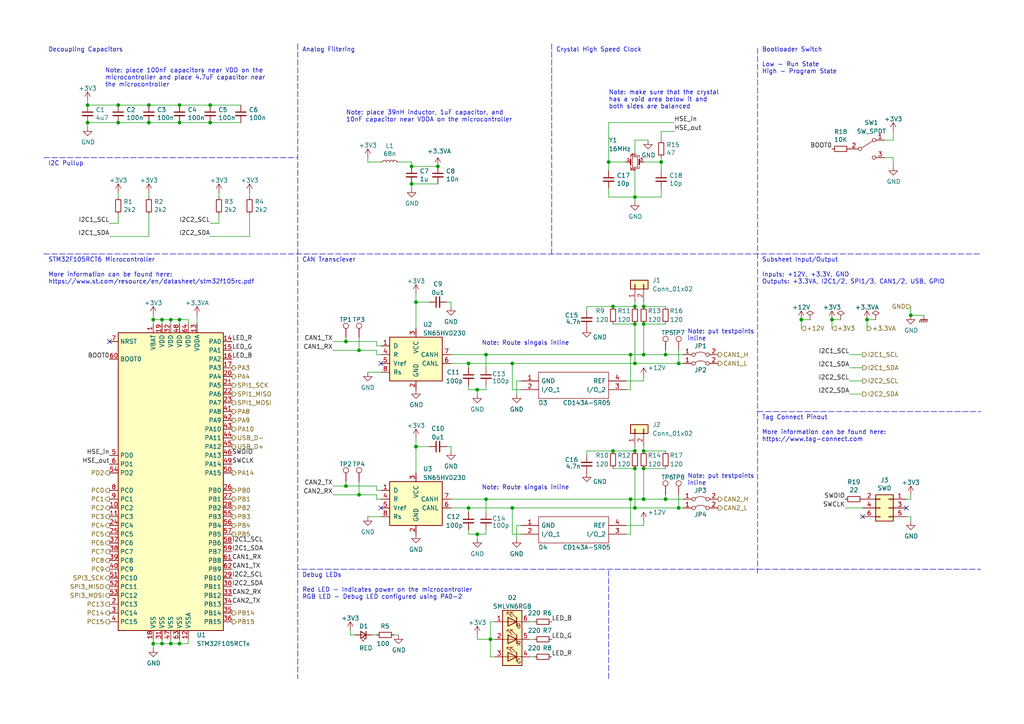
<source format=kicad_sch>
(kicad_sch (version 20211123) (generator eeschema)
  (paper "A4")
  (junction (at 251.46 92.71))
  (junction (at 138.43 154.94))
  (junction (at 49.53 186.69))
  (junction (at 135.89 147.32))
  (junction (at 184.15 57.15))
  (junction (at 119.38 53.34))
  (junction (at 184.15 135.89))
  (junction (at 104.14 143.51))
  (junction (at 60.96 35.56))
  (junction (at 140.97 102.87))
  (junction (at 34.29 35.56))
  (junction (at 100.33 99.06))
  (junction (at 104.14 101.6))
  (junction (at 43.18 35.56))
  (junction (at 186.69 88.9))
  (junction (at 142.24 185.42))
  (junction (at 177.8 88.9))
  (junction (at 148.59 105.41))
  (junction (at 60.96 30.48))
  (junction (at 196.85 105.41))
  (junction (at 196.85 147.32))
  (junction (at 186.69 93.98))
  (junction (at 44.45 186.69))
  (junction (at 186.69 135.89))
  (junction (at 186.69 144.78))
  (junction (at 52.07 92.71))
  (junction (at 100.33 140.97))
  (junction (at 186.69 130.81))
  (junction (at 177.8 130.81))
  (junction (at 184.15 93.98))
  (junction (at 148.59 147.32))
  (junction (at 120.65 129.54))
  (junction (at 184.15 147.32))
  (junction (at 46.99 186.69))
  (junction (at 184.15 105.41))
  (junction (at 176.53 46.99))
  (junction (at 119.38 48.26))
  (junction (at 193.04 102.87))
  (junction (at 34.29 30.48))
  (junction (at 44.45 92.71))
  (junction (at 127 48.26))
  (junction (at 241.3 92.71))
  (junction (at 184.15 88.9))
  (junction (at 184.15 130.81))
  (junction (at 52.07 186.69))
  (junction (at 52.07 30.48))
  (junction (at 46.99 92.71))
  (junction (at 135.89 105.41))
  (junction (at 120.65 87.63))
  (junction (at 25.4 35.56))
  (junction (at 182.88 144.78))
  (junction (at 25.4 30.48))
  (junction (at 186.69 102.87))
  (junction (at 232.41 92.71))
  (junction (at 140.97 144.78))
  (junction (at 138.43 113.03))
  (junction (at 264.16 91.44))
  (junction (at 193.04 144.78))
  (junction (at 182.88 102.87))
  (junction (at 191.77 46.99))
  (junction (at 52.07 35.56))
  (junction (at 49.53 92.71))
  (junction (at 43.18 30.48))
  (no_connect (at 31.75 99.06))
  (no_connect (at 262.89 147.32))
  (no_connect (at 250.19 149.86))
  (no_connect (at 110.49 147.32))
  (no_connect (at 110.49 105.41))
  (wire (pts (xy 106.68 45.72) (xy 106.68 46.99)))
  (wire (pts (xy 149.86 110.49) (xy 149.86 114.3)))
  (wire (pts (xy 245.11 147.32) (xy 250.19 147.32)))
  (wire (pts (xy 130.81 87.63) (xy 130.81 88.9)))
  (wire (pts (xy 262.89 144.78) (xy 264.16 144.78)))
  (wire (pts (xy 100.33 97.79) (xy 100.33 99.06)))
  (wire (pts (xy 63.5 55.88) (xy 63.5 57.15)))
  (wire (pts (xy 100.33 140.97) (xy 109.22 140.97)))
  (polyline (pts (xy 160.02 165.1) (xy 86.36 165.1)))
  (wire (pts (xy 43.18 30.48) (xy 52.07 30.48)))
  (wire (pts (xy 259.08 40.64) (xy 259.08 38.1)))
  (wire (pts (xy 140.97 144.78) (xy 140.97 148.59)))
  (wire (pts (xy 63.5 64.77) (xy 63.5 62.23)))
  (wire (pts (xy 109.22 100.33) (xy 110.49 100.33)))
  (wire (pts (xy 25.4 36.83) (xy 25.4 35.56)))
  (wire (pts (xy 140.97 144.78) (xy 182.88 144.78)))
  (wire (pts (xy 44.45 186.69) (xy 44.45 187.96)))
  (wire (pts (xy 153.67 180.34) (xy 154.94 180.34)))
  (wire (pts (xy 130.81 144.78) (xy 140.97 144.78)))
  (wire (pts (xy 191.77 46.99) (xy 191.77 49.53)))
  (wire (pts (xy 109.22 102.87) (xy 110.49 102.87)))
  (wire (pts (xy 182.88 102.87) (xy 182.88 113.03)))
  (wire (pts (xy 72.39 55.88) (xy 72.39 57.15)))
  (wire (pts (xy 60.96 35.56) (xy 69.85 35.56)))
  (wire (pts (xy 140.97 102.87) (xy 182.88 102.87)))
  (wire (pts (xy 246.38 110.49) (xy 250.19 110.49)))
  (wire (pts (xy 148.59 147.32) (xy 148.59 154.94)))
  (wire (pts (xy 148.59 154.94) (xy 151.13 154.94)))
  (wire (pts (xy 251.46 92.71) (xy 254 92.71)))
  (wire (pts (xy 186.69 109.22) (xy 186.69 110.49)))
  (wire (pts (xy 129.54 87.63) (xy 130.81 87.63)))
  (wire (pts (xy 148.59 105.41) (xy 184.15 105.41)))
  (wire (pts (xy 264.16 91.44) (xy 264.16 88.9)))
  (wire (pts (xy 170.18 130.81) (xy 170.18 132.08)))
  (wire (pts (xy 135.89 105.41) (xy 135.89 106.68)))
  (wire (pts (xy 187.96 40.64) (xy 184.15 40.64)))
  (wire (pts (xy 177.8 93.98) (xy 184.15 93.98)))
  (wire (pts (xy 96.52 140.97) (xy 100.33 140.97)))
  (wire (pts (xy 25.4 30.48) (xy 34.29 30.48)))
  (wire (pts (xy 184.15 135.89) (xy 184.15 147.32)))
  (wire (pts (xy 186.69 93.98) (xy 186.69 102.87)))
  (wire (pts (xy 135.89 147.32) (xy 148.59 147.32)))
  (wire (pts (xy 25.4 29.21) (xy 25.4 30.48)))
  (wire (pts (xy 186.69 151.13) (xy 186.69 152.4)))
  (wire (pts (xy 182.88 144.78) (xy 182.88 154.94)))
  (wire (pts (xy 138.43 113.03) (xy 140.97 113.03)))
  (wire (pts (xy 46.99 186.69) (xy 49.53 186.69)))
  (wire (pts (xy 232.41 92.71) (xy 232.41 95.25)))
  (wire (pts (xy 184.15 57.15) (xy 191.77 57.15)))
  (wire (pts (xy 106.68 107.95) (xy 110.49 107.95)))
  (wire (pts (xy 182.88 102.87) (xy 186.69 102.87)))
  (wire (pts (xy 170.18 88.9) (xy 177.8 88.9)))
  (wire (pts (xy 262.89 149.86) (xy 264.16 149.86)))
  (wire (pts (xy 186.69 93.98) (xy 193.04 93.98)))
  (wire (pts (xy 44.45 92.71) (xy 44.45 91.44)))
  (wire (pts (xy 109.22 142.24) (xy 110.49 142.24)))
  (wire (pts (xy 176.53 54.61) (xy 176.53 57.15)))
  (wire (pts (xy 142.24 180.34) (xy 142.24 185.42)))
  (wire (pts (xy 181.61 152.4) (xy 186.69 152.4)))
  (wire (pts (xy 232.41 92.71) (xy 234.95 92.71)))
  (wire (pts (xy 143.51 180.34) (xy 142.24 180.34)))
  (polyline (pts (xy 160.02 165.1) (xy 284.48 165.1)))
  (wire (pts (xy 49.53 92.71) (xy 46.99 92.71)))
  (wire (pts (xy 120.65 87.63) (xy 120.65 95.25)))
  (wire (pts (xy 106.68 46.99) (xy 110.49 46.99)))
  (wire (pts (xy 127 53.34) (xy 119.38 53.34)))
  (wire (pts (xy 60.96 64.77) (xy 63.5 64.77)))
  (wire (pts (xy 186.69 135.89) (xy 186.69 144.78)))
  (wire (pts (xy 181.61 113.03) (xy 182.88 113.03)))
  (wire (pts (xy 142.24 190.5) (xy 143.51 190.5)))
  (wire (pts (xy 138.43 154.94) (xy 138.43 156.21)))
  (wire (pts (xy 100.33 139.7) (xy 100.33 140.97)))
  (wire (pts (xy 130.81 147.32) (xy 135.89 147.32)))
  (wire (pts (xy 49.53 93.98) (xy 49.53 92.71)))
  (wire (pts (xy 138.43 113.03) (xy 138.43 114.3)))
  (wire (pts (xy 264.16 91.44) (xy 267.97 91.44)))
  (polyline (pts (xy 160.02 12.7) (xy 160.02 73.66)))
  (wire (pts (xy 186.69 88.9) (xy 186.69 87.63)))
  (wire (pts (xy 120.65 129.54) (xy 120.65 137.16)))
  (wire (pts (xy 184.15 40.64) (xy 184.15 44.45)))
  (wire (pts (xy 256.54 40.64) (xy 259.08 40.64)))
  (polyline (pts (xy 86.36 12.7) (xy 86.36 196.85)))
  (wire (pts (xy 44.45 93.98) (xy 44.45 92.71)))
  (wire (pts (xy 196.85 101.6) (xy 196.85 105.41)))
  (wire (pts (xy 184.15 87.63) (xy 184.15 88.9)))
  (wire (pts (xy 52.07 30.48) (xy 60.96 30.48)))
  (wire (pts (xy 151.13 152.4) (xy 149.86 152.4)))
  (wire (pts (xy 140.97 111.76) (xy 140.97 113.03)))
  (wire (pts (xy 109.22 143.51) (xy 109.22 144.78)))
  (wire (pts (xy 34.29 55.88) (xy 34.29 57.15)))
  (wire (pts (xy 138.43 154.94) (xy 140.97 154.94)))
  (wire (pts (xy 49.53 186.69) (xy 52.07 186.69)))
  (wire (pts (xy 256.54 45.72) (xy 259.08 45.72)))
  (wire (pts (xy 142.24 185.42) (xy 143.51 185.42)))
  (wire (pts (xy 43.18 35.56) (xy 52.07 35.56)))
  (wire (pts (xy 140.97 153.67) (xy 140.97 154.94)))
  (wire (pts (xy 129.54 129.54) (xy 130.81 129.54)))
  (wire (pts (xy 186.69 135.89) (xy 193.04 135.89)))
  (wire (pts (xy 184.15 105.41) (xy 196.85 105.41)))
  (wire (pts (xy 130.81 102.87) (xy 140.97 102.87)))
  (wire (pts (xy 135.89 154.94) (xy 138.43 154.94)))
  (wire (pts (xy 177.8 130.81) (xy 184.15 130.81)))
  (wire (pts (xy 184.15 93.98) (xy 184.15 105.41)))
  (polyline (pts (xy 219.71 13.97) (xy 219.71 166.37)))
  (wire (pts (xy 186.69 102.87) (xy 193.04 102.87)))
  (polyline (pts (xy 12.7 45.72) (xy 86.36 45.72)))
  (wire (pts (xy 170.18 130.81) (xy 177.8 130.81)))
  (wire (pts (xy 120.65 85.09) (xy 120.65 87.63)))
  (wire (pts (xy 151.13 110.49) (xy 149.86 110.49)))
  (wire (pts (xy 264.16 144.78) (xy 264.16 143.51)))
  (wire (pts (xy 193.04 101.6) (xy 193.04 102.87)))
  (wire (pts (xy 60.96 30.48) (xy 69.85 30.48)))
  (wire (pts (xy 44.45 186.69) (xy 44.45 185.42)))
  (wire (pts (xy 191.77 38.1) (xy 195.58 38.1)))
  (wire (pts (xy 259.08 45.72) (xy 259.08 48.26)))
  (wire (pts (xy 191.77 40.64) (xy 191.77 38.1)))
  (wire (pts (xy 107.95 184.15) (xy 109.22 184.15)))
  (wire (pts (xy 104.14 97.79) (xy 104.14 101.6)))
  (wire (pts (xy 34.29 30.48) (xy 43.18 30.48)))
  (wire (pts (xy 135.89 147.32) (xy 135.89 148.59)))
  (wire (pts (xy 140.97 102.87) (xy 140.97 106.68)))
  (wire (pts (xy 52.07 92.71) (xy 52.07 93.98)))
  (wire (pts (xy 72.39 68.58) (xy 72.39 62.23)))
  (wire (pts (xy 104.14 143.51) (xy 109.22 143.51)))
  (wire (pts (xy 104.14 101.6) (xy 109.22 101.6)))
  (wire (pts (xy 182.88 144.78) (xy 186.69 144.78)))
  (wire (pts (xy 181.61 154.94) (xy 182.88 154.94)))
  (wire (pts (xy 176.53 49.53) (xy 176.53 46.99)))
  (wire (pts (xy 31.75 64.77) (xy 34.29 64.77)))
  (wire (pts (xy 46.99 185.42) (xy 46.99 186.69)))
  (wire (pts (xy 196.85 143.51) (xy 196.85 147.32)))
  (polyline (pts (xy 176.53 196.85) (xy 176.53 165.1)))
  (wire (pts (xy 135.89 113.03) (xy 138.43 113.03)))
  (wire (pts (xy 54.61 186.69) (xy 54.61 185.42)))
  (wire (pts (xy 124.46 87.63) (xy 120.65 87.63)))
  (wire (pts (xy 184.15 57.15) (xy 184.15 58.42)))
  (wire (pts (xy 119.38 53.34) (xy 119.38 54.61)))
  (wire (pts (xy 193.04 102.87) (xy 198.12 102.87)))
  (wire (pts (xy 106.68 149.86) (xy 110.49 149.86)))
  (wire (pts (xy 49.53 92.71) (xy 52.07 92.71)))
  (wire (pts (xy 52.07 92.71) (xy 54.61 92.71)))
  (wire (pts (xy 114.3 184.15) (xy 115.57 184.15)))
  (wire (pts (xy 119.38 46.99) (xy 119.38 48.26)))
  (wire (pts (xy 130.81 105.41) (xy 135.89 105.41)))
  (wire (pts (xy 184.15 49.53) (xy 184.15 57.15)))
  (wire (pts (xy 148.59 105.41) (xy 148.59 113.03)))
  (wire (pts (xy 60.96 68.58) (xy 72.39 68.58)))
  (wire (pts (xy 148.59 147.32) (xy 184.15 147.32)))
  (wire (pts (xy 96.52 99.06) (xy 100.33 99.06)))
  (wire (pts (xy 186.69 130.81) (xy 186.69 129.54)))
  (wire (pts (xy 43.18 68.58) (xy 43.18 62.23)))
  (wire (pts (xy 186.69 46.99) (xy 191.77 46.99)))
  (wire (pts (xy 264.16 149.86) (xy 264.16 151.13)))
  (wire (pts (xy 96.52 143.51) (xy 104.14 143.51)))
  (wire (pts (xy 142.24 185.42) (xy 142.24 190.5)))
  (wire (pts (xy 135.89 105.41) (xy 148.59 105.41)))
  (wire (pts (xy 135.89 153.67) (xy 135.89 154.94)))
  (wire (pts (xy 52.07 35.56) (xy 60.96 35.56)))
  (wire (pts (xy 181.61 110.49) (xy 186.69 110.49)))
  (wire (pts (xy 246.38 114.3) (xy 250.19 114.3)))
  (wire (pts (xy 176.53 35.56) (xy 195.58 35.56)))
  (wire (pts (xy 154.94 190.5) (xy 153.67 190.5)))
  (wire (pts (xy 246.38 102.87) (xy 250.19 102.87)))
  (wire (pts (xy 101.6 182.88) (xy 101.6 184.15)))
  (wire (pts (xy 241.3 92.71) (xy 243.84 92.71)))
  (wire (pts (xy 138.43 185.42) (xy 138.43 184.15)))
  (wire (pts (xy 96.52 101.6) (xy 104.14 101.6)))
  (wire (pts (xy 57.15 91.44) (xy 57.15 93.98)))
  (wire (pts (xy 191.77 57.15) (xy 191.77 54.61)))
  (wire (pts (xy 148.59 113.03) (xy 151.13 113.03)))
  (wire (pts (xy 177.8 88.9) (xy 184.15 88.9)))
  (wire (pts (xy 177.8 135.89) (xy 184.15 135.89)))
  (wire (pts (xy 46.99 186.69) (xy 44.45 186.69)))
  (wire (pts (xy 25.4 35.56) (xy 34.29 35.56)))
  (wire (pts (xy 135.89 111.76) (xy 135.89 113.03)))
  (wire (pts (xy 251.46 92.71) (xy 251.46 95.25)))
  (wire (pts (xy 241.3 92.71) (xy 241.3 95.25)))
  (wire (pts (xy 124.46 129.54) (xy 120.65 129.54)))
  (wire (pts (xy 191.77 45.72) (xy 191.77 46.99)))
  (wire (pts (xy 52.07 186.69) (xy 54.61 186.69)))
  (wire (pts (xy 193.04 130.81) (xy 186.69 130.81)))
  (wire (pts (xy 130.81 129.54) (xy 130.81 130.81)))
  (wire (pts (xy 184.15 147.32) (xy 196.85 147.32)))
  (wire (pts (xy 176.53 46.99) (xy 176.53 35.56)))
  (wire (pts (xy 109.22 140.97) (xy 109.22 142.24)))
  (wire (pts (xy 34.29 64.77) (xy 34.29 62.23)))
  (wire (pts (xy 119.38 48.26) (xy 127 48.26)))
  (wire (pts (xy 109.22 101.6) (xy 109.22 102.87)))
  (polyline (pts (xy 219.71 119.38) (xy 284.48 119.38)))
  (wire (pts (xy 149.86 152.4) (xy 149.86 156.21)))
  (wire (pts (xy 246.38 106.68) (xy 250.19 106.68)))
  (wire (pts (xy 196.85 105.41) (xy 198.12 105.41)))
  (wire (pts (xy 193.04 143.51) (xy 193.04 144.78)))
  (wire (pts (xy 34.29 35.56) (xy 43.18 35.56)))
  (wire (pts (xy 176.53 46.99) (xy 181.61 46.99)))
  (wire (pts (xy 170.18 88.9) (xy 170.18 90.17)))
  (wire (pts (xy 31.75 68.58) (xy 43.18 68.58)))
  (wire (pts (xy 100.33 99.06) (xy 109.22 99.06)))
  (wire (pts (xy 176.53 57.15) (xy 184.15 57.15)))
  (wire (pts (xy 52.07 186.69) (xy 52.07 185.42)))
  (polyline (pts (xy 12.7 73.66) (xy 284.48 73.66)))
  (wire (pts (xy 138.43 185.42) (xy 142.24 185.42)))
  (wire (pts (xy 193.04 144.78) (xy 198.12 144.78)))
  (wire (pts (xy 184.15 129.54) (xy 184.15 130.81)))
  (wire (pts (xy 196.85 147.32) (xy 198.12 147.32)))
  (wire (pts (xy 44.45 92.71) (xy 46.99 92.71)))
  (wire (pts (xy 115.57 46.99) (xy 119.38 46.99)))
  (wire (pts (xy 104.14 139.7) (xy 104.14 143.51)))
  (wire (pts (xy 109.22 99.06) (xy 109.22 100.33)))
  (wire (pts (xy 46.99 92.71) (xy 46.99 93.98)))
  (wire (pts (xy 186.69 144.78) (xy 193.04 144.78)))
  (wire (pts (xy 43.18 55.88) (xy 43.18 57.15)))
  (wire (pts (xy 49.53 186.69) (xy 49.53 185.42)))
  (wire (pts (xy 120.65 127) (xy 120.65 129.54)))
  (wire (pts (xy 109.22 144.78) (xy 110.49 144.78)))
  (wire (pts (xy 193.04 88.9) (xy 186.69 88.9)))
  (wire (pts (xy 101.6 184.15) (xy 102.87 184.15)))
  (wire (pts (xy 54.61 92.71) (xy 54.61 93.98)))
  (wire (pts (xy 154.94 185.42) (xy 153.67 185.42)))
  (text "Note: place 100nF capacitors near VDD on the \nmicrocontroller and place 4.7uF capacitor near \nthe microcontroller" (at 30.48 25.4 0) (effects (font (size 1.27 1.27)) (justify left bottom)))
  (text "Note: put testpoints \ninline" (at 199.39 140.97 0) (effects (font (size 1.27 1.27)) (justify left bottom)))
  (text "Note: Route singals inline" (at 139.7 142.24 0) (effects (font (size 1.27 1.27)) (justify left bottom)))
  (text "Inputs: +12V, +3.3V, GND\nOutputs: +3.3VA, I2C1/2, SPI1/3, CAN1/2, USB, GPIO" (at 220.98 82.55 0) (effects (font (size 1.27 1.27)) (justify left bottom)))
  (text "Bootloader Switch" (at 220.98 15.24 0) (effects (font (size 1.27 1.27)) (justify left bottom)))
  (text "Low - Run State\nHigh - Program State" (at 220.98 21.59 0) (effects (font (size 1.27 1.27)) (justify left bottom)))
  (text "Note: Route singals inline" (at 139.7 100.33 0) (effects (font (size 1.27 1.27)) (justify left bottom)))
  (text "Analog Filtering" (at 87.63 15.24 0) (effects (font (size 1.27 1.27)) (justify left bottom)))
  (text "I2C Pullup" (at 13.97 48.26 0) (effects (font (size 1.27 1.27)) (justify left bottom)))
  (text "Tag Connect Pinout" (at 220.98 121.92 0) (effects (font (size 1.27 1.27)) (justify left bottom)))
  (text "Note: place 39nH inductor, 1uF capacitor, and \n10nF capacitor near VDDA on the microcontroller" (at 100.33 35.56 0) (effects (font (size 1.27 1.27)) (justify left bottom)))
  (text "Subsheet Input/Output" (at 220.98 76.2 0) (effects (font (size 1.27 1.27)) (justify left bottom)))
  (text "Debug LEDs" (at 87.63 167.64 0) (effects (font (size 1.27 1.27)) (justify left bottom)))
  (text "Note: make sure that the crystal \nhas a void area below it and\nboth sides are balanced" (at 176.53 31.75 0) (effects (font (size 1.27 1.27)) (justify left bottom)))
  (text "Decoupling Capacitors" (at 13.97 15.24 0) (effects (font (size 1.27 1.27)) (justify left bottom)))
  (text "Crystal High Speed Clock" (at 161.29 15.24 0) (effects (font (size 1.27 1.27)) (justify left bottom)))
  (text "STM32F105RCT6 Microcontroller" (at 13.97 76.2 0) (effects (font (size 1.27 1.27)) (justify left bottom)))
  (text "CAN Transciever\n" (at 87.63 76.2 0) (effects (font (size 1.27 1.27)) (justify left bottom)))
  (text "More information can be found here:\nhttps://www.st.com/resource/en/datasheet/stm32f105rc.pdf" (at 13.97 82.55 0) (effects (font (size 1.27 1.27)) (justify left bottom)))
  (text "More information can be found here: \nhttps://www.tag-connect.com" (at 220.98 128.27 0) (effects (font (size 1.27 1.27)) (justify left bottom)))
  (text "Note: put testpoints \ninline" (at 199.39 99.06 0) (effects (font (size 1.27 1.27)) (justify left bottom)))
  (text "Red LED - Indicates power on the microcontroller\nRGB LED - Debug LED configured using PA0-2" (at 87.63 173.99 0) (effects (font (size 1.27 1.27)) (justify left bottom)))
  (label "SWDIO" (at 245.11 144.78 180))
  (label "HSE_in" (at 195.58 35.56 0))
  (label "SWCLK" (at 245.11 147.32 180))
  (label "SWDIO" (at 67.31 132.08 0))
  (label "HSE_out" (at 31.75 134.62 180))
  (label "CAN2_TX" (at 67.31 175.26 0))
  (label "I2C2_SCL" (at 67.31 167.64 0))
  (label "LED_G" (at 160.02 185.42 0))
  (label "CAN1_RX" (at 96.52 101.6 180))
  (label "LED_B" (at 160.02 180.34 0))
  (label "BOOT0" (at 241.3 43.18 180))
  (label "I2C1_SCL" (at 31.75 64.77 180))
  (label "CAN2_RX" (at 67.31 172.72 0))
  (label "HSE_in" (at 31.75 132.08 180))
  (label "I2C2_SDA" (at 60.96 68.58 180))
  (label "CAN1_RX" (at 67.31 162.56 0))
  (label "CAN1_TX" (at 67.31 165.1 0))
  (label "HSE_out" (at 195.58 38.1 0))
  (label "I2C1_SCL" (at 246.38 102.87 180))
  (label "I2C1_SDA" (at 67.31 160.02 0))
  (label "CAN1_TX" (at 96.52 99.06 180))
  (label "BOOT0" (at 31.75 104.14 180))
  (label "I2C1_SDA" (at 246.38 106.68 180))
  (label "LED_R" (at 67.31 99.06 0))
  (label "LED_B" (at 67.31 104.14 0))
  (label "I2C2_SDA" (at 67.31 170.18 0))
  (label "LED_G" (at 67.31 101.6 0))
  (label "SWCLK" (at 67.31 134.62 0))
  (label "I2C2_SCL" (at 246.38 110.49 180))
  (label "LED_R" (at 160.02 190.5 0))
  (label "I2C2_SDA" (at 246.38 114.3 180))
  (label "CAN2_TX" (at 96.52 140.97 180))
  (label "I2C1_SCL" (at 67.31 157.48 0))
  (label "I2C2_SCL" (at 60.96 64.77 180))
  (label "CAN2_RX" (at 96.52 143.51 180))
  (label "I2C1_SDA" (at 31.75 68.58 180))
  (hierarchical_label "PC6" (shape output) (at 31.75 157.48 180))
  (hierarchical_label "PC7" (shape output) (at 31.75 160.02 180))
  (hierarchical_label "PC0" (shape output) (at 31.75 142.24 180))
  (hierarchical_label "USB_D-" (shape output) (at 67.31 127 0))
  (hierarchical_label "USB_D+" (shape output) (at 67.31 129.54 0))
  (hierarchical_label "CAN1_H" (shape output) (at 208.28 102.87 0))
  (hierarchical_label "SPI1_MOSI" (shape output) (at 67.31 116.84 0))
  (hierarchical_label "I2C1_SDA" (shape output) (at 250.19 106.68 0))
  (hierarchical_label "PB15" (shape output) (at 67.31 180.34 0))
  (hierarchical_label "PC5" (shape output) (at 31.75 154.94 180))
  (hierarchical_label "+12V" (shape input) (at 232.41 95.25 0))
  (hierarchical_label "PB5" (shape output) (at 67.31 154.94 0))
  (hierarchical_label "SPI1_SCK" (shape output) (at 67.31 111.76 0))
  (hierarchical_label "I2C2_SDA" (shape output) (at 250.19 114.3 0))
  (hierarchical_label "GND" (shape input) (at 264.16 88.9 180))
  (hierarchical_label "PA3" (shape output) (at 67.31 106.68 0))
  (hierarchical_label "+3V3" (shape input) (at 241.3 95.25 0))
  (hierarchical_label "SPI3_SCK" (shape output) (at 31.75 167.64 180))
  (hierarchical_label "SPI3_MISO" (shape output) (at 31.75 170.18 180))
  (hierarchical_label "PC2" (shape output) (at 31.75 147.32 180))
  (hierarchical_label "PA8" (shape output) (at 67.31 119.38 0))
  (hierarchical_label "PC9" (shape output) (at 31.75 165.1 180))
  (hierarchical_label "+3.3VA" (shape output) (at 251.46 95.25 0))
  (hierarchical_label "PB0" (shape output) (at 67.31 142.24 0))
  (hierarchical_label "CAN2_L" (shape output) (at 208.28 147.32 0))
  (hierarchical_label "PB2" (shape output) (at 67.31 147.32 0))
  (hierarchical_label "CAN1_L" (shape output) (at 208.28 105.41 0))
  (hierarchical_label "SPI1_MISO" (shape output) (at 67.31 114.3 0))
  (hierarchical_label "PD2" (shape output) (at 31.75 137.16 180))
  (hierarchical_label "PA14" (shape output) (at 67.31 137.16 0))
  (hierarchical_label "PC15" (shape output) (at 31.75 180.34 180))
  (hierarchical_label "PC8" (shape output) (at 31.75 162.56 180))
  (hierarchical_label "PB14" (shape output) (at 67.31 177.8 0))
  (hierarchical_label "I2C2_SCL" (shape output) (at 250.19 110.49 0))
  (hierarchical_label "PA4" (shape output) (at 67.31 109.22 0))
  (hierarchical_label "I2C1_SCL" (shape output) (at 250.19 102.87 0))
  (hierarchical_label "PA10" (shape output) (at 67.31 124.46 0))
  (hierarchical_label "PC13" (shape output) (at 31.75 175.26 180))
  (hierarchical_label "CAN2_H" (shape output) (at 208.28 144.78 0))
  (hierarchical_label "PB4" (shape output) (at 67.31 152.4 0))
  (hierarchical_label "PC3" (shape output) (at 31.75 149.86 180))
  (hierarchical_label "PC4" (shape output) (at 31.75 152.4 180))
  (hierarchical_label "PC1" (shape output) (at 31.75 144.78 180))
  (hierarchical_label "PC14" (shape output) (at 31.75 177.8 180))
  (hierarchical_label "PA9" (shape output) (at 67.31 121.92 0))
  (hierarchical_label "SPI3_MOSI" (shape output) (at 31.75 172.72 180))
  (hierarchical_label "PB1" (shape output) (at 67.31 144.78 0))
  (hierarchical_label "PB3" (shape output) (at 67.31 149.86 0))
  (symbol (lib_id "MCU_ST_STM32F1:STM32F105RCTx") (at 49.53 139.7 0) (unit 1)
    (property "Reference" "U1" (at 58.42 184.15 0))
    (property "Value" "STM32F105RCTx" (at 64.77 186.69 0))
    (property "Footprint" "Package_QFP:LQFP-64_10x10mm_P0.5mm" (effects hide))
    (property "Datasheet" "http://www.st.com/st-web-ui/static/active/en/resource/technical/document/datasheet/CD00220364.pdf" (effects hide))
  )
  (symbol (lib_id "power:GND") (at 44.45 187.96 0) (unit 1)
    (property "Reference" "#PWR06" (effects hide))
    (property "Value" "GND" (at 44.577 192.3542 0))
  )
  (symbol (lib_id "Switch:SW_SPDT") (at 251.46 43.18 0) (unit 1)
    (property "Reference" "SW1" (at 252.73 35.56 0))
    (property "Value" "SW_SPDT" (at 252.73 38.1 0))
    (property "Footprint" "Connector_PinHeader_1.27mm:PinHeader_1x03_P1.27mm_Vertical" (effects hide))
  )
  (symbol (lib_id "Device:R_Small") (at 243.84 43.18 270) (unit 1)
    (property "Reference" "R18" (at 243.84 38.2016 90))
    (property "Value" "10K" (at 243.84 40.513 90))
    (property "Footprint" "Resistor_SMD:R_0603_1608Metric" (effects hide))
  )
  (symbol (lib_id "power:GND") (at 259.08 48.26 0) (unit 1)
    (property "Reference" "#PWR038" (effects hide))
    (property "Value" "GND" (at 259.207 52.6542 0))
  )
  (symbol (lib_id "Device:C_Small") (at 25.4 33.02 0) (unit 1)
    (property "Reference" "C1" (at 27.7368 31.8516 0) (effects (justify left)))
    (property "Value" "4u7" (at 27.7368 34.163 0) (effects (justify left)))
    (property "Footprint" "Capacitor_SMD:C_0603_1608Metric" (effects hide))
  )
  (symbol (lib_id "Device:C_Small") (at 34.29 33.02 0) (unit 1)
    (property "Reference" "C2" (at 36.6268 31.8516 0) (effects (justify left)))
    (property "Value" "100n" (at 36.6268 34.163 0) (effects (justify left)))
    (property "Footprint" "Capacitor_SMD:C_0603_1608Metric" (effects hide))
  )
  (symbol (lib_id "Device:C_Small") (at 43.18 33.02 0) (unit 1)
    (property "Reference" "C3" (at 45.5168 31.8516 0) (effects (justify left)))
    (property "Value" "100n" (at 45.5168 34.163 0) (effects (justify left)))
    (property "Footprint" "Capacitor_SMD:C_0603_1608Metric" (effects hide))
  )
  (symbol (lib_id "Device:C_Small") (at 52.07 33.02 0) (unit 1)
    (property "Reference" "C4" (at 54.4068 31.8516 0) (effects (justify left)))
    (property "Value" "100n" (at 54.4068 34.163 0) (effects (justify left)))
    (property "Footprint" "Capacitor_SMD:C_0603_1608Metric" (effects hide))
  )
  (symbol (lib_id "Device:C_Small") (at 60.96 33.02 0) (unit 1)
    (property "Reference" "C5" (at 63.2968 31.8516 0) (effects (justify left)))
    (property "Value" "100n" (at 63.2968 34.163 0) (effects (justify left)))
    (property "Footprint" "Capacitor_SMD:C_0603_1608Metric" (effects hide))
  )
  (symbol (lib_id "Device:C_Small") (at 69.85 33.02 0) (unit 1)
    (property "Reference" "C6" (at 72.1868 31.8516 0) (effects (justify left)))
    (property "Value" "100n" (at 72.1868 34.163 0) (effects (justify left)))
    (property "Footprint" "Capacitor_SMD:C_0603_1608Metric" (effects hide))
  )
  (symbol (lib_id "power:GND") (at 25.4 36.83 0) (unit 1)
    (property "Reference" "#PWR02" (effects hide))
    (property "Value" "GND" (at 25.527 41.2242 0))
  )
  (symbol (lib_id "Device:L_Small") (at 113.03 46.99 90) (unit 1)
    (property "Reference" "L1" (at 113.03 42.291 90))
    (property "Value" "68n" (at 113.03 44.6024 90))
    (property "Footprint" "Inductor_SMD:L_0603_1608Metric" (effects hide))
  )
  (symbol (lib_id "power:+3.3VA") (at 127 48.26 0) (unit 1)
    (property "Reference" "#PWR020" (effects hide))
    (property "Value" "+3.3VA" (at 127.381 43.8658 0))
  )
  (symbol (lib_id "Device:C_Small") (at 119.38 50.8 0) (unit 1)
    (property "Reference" "C7" (at 121.7168 49.6316 0) (effects (justify left)))
    (property "Value" "1u" (at 121.7168 51.943 0) (effects (justify left)))
    (property "Footprint" "Capacitor_SMD:C_0603_1608Metric" (effects hide))
  )
  (symbol (lib_id "Device:C_Small") (at 127 50.8 0) (unit 1)
    (property "Reference" "C8" (at 129.3368 49.6316 0) (effects (justify left)))
    (property "Value" "10n" (at 129.3368 51.943 0) (effects (justify left)))
    (property "Footprint" "Capacitor_SMD:C_0603_1608Metric" (effects hide))
  )
  (symbol (lib_id "power:GND") (at 119.38 54.61 0) (unit 1)
    (property "Reference" "#PWR015" (effects hide))
    (property "Value" "GND" (at 119.507 59.0042 0))
  )
  (symbol (lib_id "Device:Crystal_GND24_Small") (at 184.15 46.99 0) (unit 1)
    (property "Reference" "Y1" (at 176.53 40.64 0) (effects (justify left)))
    (property "Value" "16MHz" (at 176.53 43.18 0) (effects (justify left)))
    (property "Footprint" "Crystal:Crystal_SMD_3225-4Pin_3.2x2.5mm" (effects hide))
    (property "Datasheet" "https://datasheet.lcsc.com/lcsc/2103291133_Yangxing-Tech-X322516MLB4SI_C13738.pdf" (effects hide))
  )
  (symbol (lib_id "power:GND") (at 184.15 58.42 0) (unit 1)
    (property "Reference" "#PWR030" (effects hide))
    (property "Value" "GND" (at 184.277 62.8142 0))
  )
  (symbol (lib_id "Device:C_Small") (at 191.77 52.07 0) (unit 1)
    (property "Reference" "C18" (at 194.1068 50.9016 0) (effects (justify left)))
    (property "Value" "10p" (at 194.1068 53.213 0) (effects (justify left)))
    (property "Footprint" "Capacitor_SMD:C_0603_1608Metric" (effects hide))
  )
  (symbol (lib_id "Device:C_Small") (at 176.53 52.07 0) (unit 1)
    (property "Reference" "C17" (at 178.8668 50.9016 0) (effects (justify left)))
    (property "Value" "10p" (at 178.8668 53.213 0) (effects (justify left)))
    (property "Footprint" "Capacitor_SMD:C_0603_1608Metric" (effects hide))
  )
  (symbol (lib_id "Device:R_Small") (at 191.77 43.18 0) (unit 1)
    (property "Reference" "R15" (at 193.2686 42.0116 0) (effects (justify left)))
    (property "Value" "47" (at 193.2686 44.323 0) (effects (justify left)))
    (property "Footprint" "Resistor_SMD:R_0603_1608Metric" (effects hide))
  )
  (symbol (lib_id "power:GND") (at 264.16 91.44 0) (unit 1)
    (property "Reference" "#PWR039" (effects hide))
    (property "Value" "GND" (at 264.287 95.8342 0))
  )
  (symbol (lib_id "power:GND") (at 187.96 40.64 0) (unit 1)
    (property "Reference" "#PWR033" (effects hide))
    (property "Value" "GND" (at 188.087 45.0342 0))
  )
  (symbol (lib_id "power:GND") (at 115.57 184.15 0) (unit 1)
    (property "Reference" "#PWR014" (effects hide))
    (property "Value" "GND" (at 115.697 188.5442 0))
  )
  (symbol (lib_id "Device:R_Small") (at 111.76 184.15 90) (unit 1)
    (property "Reference" "R5" (at 113.03 181.61 90) (effects (justify left)))
    (property "Value" "100" (at 113.03 186.69 90) (effects (justify left)))
    (property "Footprint" "Resistor_SMD:R_0603_1608Metric" (effects hide))
  )
  (symbol (lib_id "Device:LED_Small") (at 105.41 184.15 180) (unit 1)
    (property "Reference" "D1" (at 104.14 181.61 0) (effects (justify right)))
    (property "Value" "RED" (at 104.14 187.96 0) (effects (justify right)))
    (property "Footprint" "LED_SMD:LED_0603_1608Metric" (effects hide))
  )
  (symbol (lib_id "Connector_Generic:Conn_02x03_Odd_Even") (at 257.81 147.32 0) (mirror y) (unit 1)
    (property "Reference" "J3" (at 256.54 139.2682 0))
    (property "Value" "SWD" (at 256.54 141.5796 0))
    (property "Footprint" "Connector_PinHeader_1.27mm:PinHeader_2x03_P1.27mm_Vertical" (effects hide))
  )
  (symbol (lib_id "Device:R_Small") (at 247.65 144.78 270) (unit 1)
    (property "Reference" "R19" (at 247.65 139.8016 90))
    (property "Value" "22" (at 247.65 142.113 90))
    (property "Footprint" "Resistor_SMD:R_0603_1608Metric" (effects hide))
  )
  (symbol (lib_id "power:GND") (at 264.16 151.13 0) (unit 1)
    (property "Reference" "#PWR041" (effects hide))
    (property "Value" "GND" (at 264.287 155.5242 0))
  )
  (symbol (lib_id "Device:R_Small") (at 34.29 59.69 0) (unit 1)
    (property "Reference" "R1" (at 35.7886 58.5216 0) (effects (justify left)))
    (property "Value" "2k2" (at 35.7886 60.833 0) (effects (justify left)))
    (property "Footprint" "Resistor_SMD:R_0603_1608Metric" (effects hide))
  )
  (symbol (lib_id "Device:R_Small") (at 43.18 59.69 0) (unit 1)
    (property "Reference" "R2" (at 44.6786 58.5216 0) (effects (justify left)))
    (property "Value" "2k2" (at 44.6786 60.833 0) (effects (justify left)))
    (property "Footprint" "Resistor_SMD:R_0603_1608Metric" (effects hide))
  )
  (symbol (lib_id "Device:R_Small") (at 63.5 59.69 0) (unit 1)
    (property "Reference" "R3" (at 64.9986 58.5216 0) (effects (justify left)))
    (property "Value" "2k2" (at 64.9986 60.833 0) (effects (justify left)))
    (property "Footprint" "Resistor_SMD:R_0603_1608Metric" (effects hide))
  )
  (symbol (lib_id "Device:R_Small") (at 72.39 59.69 0) (unit 1)
    (property "Reference" "R4" (at 73.8886 58.5216 0) (effects (justify left)))
    (property "Value" "2k2" (at 73.8886 60.833 0) (effects (justify left)))
    (property "Footprint" "Resistor_SMD:R_0603_1608Metric" (effects hide))
  )
  (symbol (lib_id "Global Symbols:CD143A-SR05") (at 151.13 152.4 0) (unit 1)
    (property "Reference" "D4" (at 157.48 158.75 0))
    (property "Value" "CD143A-SR05" (at 170.18 158.75 0))
    (property "Footprint" "Global Libraries:CD143ASR05" (effects hide))
    (property "Datasheet" "https://www.bourns.com/docs/Product-Datasheets/CD143A-SR05_12.pdf" (effects hide))
    (property "Description" "TVS Diode Array 500W Vcc,2xData SOT143" (effects hide))
    (property "Height" "1.24" (effects hide))
    (property "Mouser Part Number" "652-CD143A-SR05" (effects hide))
    (property "Mouser Price/Stock" "https://www.mouser.co.uk/ProductDetail/Bourns/CD143A-SR05?qs=tQpxx9W%2FqMmkp6h6iUxcCg%3D%3D" (effects hide))
    (property "Manufacturer_Name" "Bourns" (effects hide))
    (property "Manufacturer_Part_Number" "CD143A-SR05" (effects hide))
  )
  (symbol (lib_id "Jumper:Jumper_2_Bridged") (at 203.2 144.78 0) (unit 1)
    (property "Reference" "JP3" (at 203.2 142.24 0))
    (property "Value" " " (at 203.2 142.9821 0))
    (property "Footprint" "Jumper:SolderJumper-2_P1.3mm_Bridged2Bar_Pad1.0x1.5mm" (effects hide))
  )
  (symbol (lib_id "Connector:TestPoint") (at 193.04 101.6 0) (unit 1)
    (property "Reference" "TP5" (at 191.77 96.52 0) (effects (justify left)))
    (property "Value" " " (at 194.437 100.0002 0) (effects (justify left)))
    (property "Footprint" "TestPoint:TestPoint_THTPad_1.0x1.0mm_Drill0.5mm" (effects hide))
  )
  (symbol (lib_id "power:+3V3") (at 63.5 55.88 0) (unit 1)
    (property "Reference" "#PWR08" (effects hide))
    (property "Value" "+3V3" (at 63.5 52.3042 0))
  )
  (symbol (lib_id "power:+12V") (at 232.41 92.71 0) (unit 1)
    (property "Reference" "#PWR034" (effects hide))
    (property "Value" "+12V" (at 232.41 89.1342 0))
  )
  (symbol (lib_id "power:+3V3") (at 106.68 45.72 0) (unit 1)
    (property "Reference" "#PWR011" (effects hide))
    (property "Value" "+3V3" (at 106.68 42.1442 0))
  )
  (symbol (lib_id "power:GND") (at 170.18 95.25 0) (unit 1)
    (property "Reference" "#PWR028" (effects hide))
    (property "Value" "GND" (at 173.99 97.79 0))
  )
  (symbol (lib_id "Connector:TestPoint") (at 104.14 97.79 0) (unit 1)
    (property "Reference" "TP3" (at 102.235 92.71 0) (effects (justify left)))
    (property "Value" " " (at 105.537 96.1902 0) (effects (justify left)))
    (property "Footprint" "TestPoint:TestPoint_THTPad_1.0x1.0mm_Drill0.5mm" (effects hide))
  )
  (symbol (lib_id "Connector_Generic:Conn_01x02") (at 184.15 82.55 90) (unit 1)
    (property "Reference" "J1" (at 189.23 81.28 90) (effects (justify right)))
    (property "Value" "Conn_01x02" (at 189.23 83.82 90) (effects (justify right)))
    (property "Footprint" "Connector_PinHeader_2.54mm:PinHeader_1x02_P2.54mm_Vertical" (effects hide))
  )
  (symbol (lib_id "power:+3V3") (at 34.29 55.88 0) (unit 1)
    (property "Reference" "#PWR03" (effects hide))
    (property "Value" "+3V3" (at 34.29 52.3042 0))
  )
  (symbol (lib_id "Global Symbols:CD143A-SR05") (at 151.13 110.49 0) (unit 1)
    (property "Reference" "D3" (at 157.48 116.84 0))
    (property "Value" "CD143A-SR05" (at 170.18 116.84 0))
    (property "Footprint" "Global Libraries:CD143ASR05" (effects hide))
    (property "Datasheet" "https://www.bourns.com/docs/Product-Datasheets/CD143A-SR05_12.pdf" (effects hide))
    (property "Description" "TVS Diode Array 500W Vcc,2xData SOT143" (effects hide))
    (property "Height" "1.24" (effects hide))
    (property "Mouser Part Number" "652-CD143A-SR05" (effects hide))
    (property "Mouser Price/Stock" "https://www.mouser.co.uk/ProductDetail/Bourns/CD143A-SR05?qs=tQpxx9W%2FqMmkp6h6iUxcCg%3D%3D" (effects hide))
    (property "Manufacturer_Name" "Bourns" (effects hide))
    (property "Manufacturer_Part_Number" "CD143A-SR05" (effects hide))
  )
  (symbol (lib_id "power:PWR_FLAG") (at 254 92.71 0) (unit 1)
    (property "Reference" "#FLG03" (effects hide))
    (property "Value" "PWR_FLAG" (effects hide))
  )
  (symbol (lib_id "Device:C_Small") (at 140.97 151.13 0) (unit 1)
    (property "Reference" "C14" (at 142.748 150.368 0) (effects (justify left)))
    (property "Value" "100p" (at 142.748 152.4 0) (effects (justify left)))
    (property "Footprint" "Capacitor_SMD:C_0603_1608Metric" (effects hide))
  )
  (symbol (lib_id "Device:R_Small") (at 157.48 190.5 90) (unit 1)
    (property "Reference" "R8" (at 158.75 187.96 90))
    (property "Value" "220" (at 154.94 187.96 90))
    (property "Footprint" "Resistor_SMD:R_0603_1608Metric" (effects hide))
  )
  (symbol (lib_id "power:+3V3") (at 44.45 91.44 0) (unit 1)
    (property "Reference" "#PWR05" (effects hide))
    (property "Value" "+3V3" (at 44.45 87.8642 0))
  )
  (symbol (lib_id "power:GND") (at 138.43 114.3 0) (unit 1)
    (property "Reference" "#PWR023" (effects hide))
    (property "Value" "GND" (at 138.43 118.7434 0))
  )
  (symbol (lib_id "Device:R_Small") (at 184.15 133.35 0) (unit 1)
    (property "Reference" "R12" (at 179.07 132.08 0) (effects (justify left)))
    (property "Value" "120" (at 179.07 134.62 0) (effects (justify left)))
    (property "Footprint" "Resistor_SMD:R_0603_1608Metric" (effects hide))
  )
  (symbol (lib_id "power:GND") (at 130.81 130.81 0) (unit 1)
    (property "Reference" "#PWR022" (effects hide))
    (property "Value" "GND" (at 130.81 135.2534 0))
  )
  (symbol (lib_id "power:+3V3") (at 101.6 182.88 0) (unit 1)
    (property "Reference" "#PWR010" (effects hide))
    (property "Value" "+3V3" (at 101.6 179.3042 0))
  )
  (symbol (lib_id "Device:R_Small") (at 157.48 185.42 90) (unit 1)
    (property "Reference" "R7" (at 158.75 182.88 90))
    (property "Value" "220" (at 154.94 182.88 90))
    (property "Footprint" "Resistor_SMD:R_0603_1608Metric" (effects hide))
  )
  (symbol (lib_id "Device:C_Small") (at 127 129.54 90) (unit 1)
    (property "Reference" "C10" (at 127.0063 124.2781 90))
    (property "Value" "0u1" (at 127.0063 126.815 90))
    (property "Footprint" "Capacitor_SMD:C_0603_1608Metric" (effects hide))
  )
  (symbol (lib_id "Device:C_Small") (at 170.18 134.62 180) (unit 1)
    (property "Reference" "C16" (at 163.83 133.35 0) (effects (justify right)))
    (property "Value" "4.7n" (at 164.084 135.255 0) (effects (justify right)))
    (property "Footprint" "Capacitor_SMD:C_0603_1608Metric" (effects hide))
  )
  (symbol (lib_id "Device:R_Small") (at 193.04 133.35 180) (unit 1)
    (property "Reference" "R17" (at 198.12 132.08 0) (effects (justify left)))
    (property "Value" "120" (at 198.12 134.62 0) (effects (justify left)))
    (property "Footprint" "Resistor_SMD:R_0603_1608Metric" (effects hide))
  )
  (symbol (lib_id "power:PWR_FLAG") (at 234.95 92.71 0) (unit 1)
    (property "Reference" "#FLG01" (effects hide))
    (property "Value" "PWR_FLAG" (effects hide))
  )
  (symbol (lib_id "power:+12V") (at 186.69 151.13 0) (unit 1)
    (property "Reference" "#PWR032" (effects hide))
    (property "Value" "+12V" (at 190.5 148.59 0))
  )
  (symbol (lib_id "power:GND") (at 138.43 156.21 0) (unit 1)
    (property "Reference" "#PWR024" (effects hide))
    (property "Value" "GND" (at 138.43 160.6534 0))
  )
  (symbol (lib_id "power:GND") (at 120.65 154.94 0) (unit 1)
    (property "Reference" "#PWR019" (effects hide))
    (property "Value" "GND" (at 120.65 159.3834 0))
  )
  (symbol (lib_id "power:+3V3") (at 25.4 29.21 0) (unit 1)
    (property "Reference" "#PWR01" (effects hide))
    (property "Value" "+3V3" (at 25.4 25.6342 0))
  )
  (symbol (lib_id "power:GND") (at 130.81 88.9 0) (unit 1)
    (property "Reference" "#PWR021" (effects hide))
    (property "Value" "GND" (at 130.81 93.3434 0))
  )
  (symbol (lib_id "power:+3V3") (at 241.3 92.71 0) (unit 1)
    (property "Reference" "#PWR035" (effects hide))
    (property "Value" "+3V3" (at 241.3 89.1342 0))
  )
  (symbol (lib_id "power:GND") (at 106.68 149.86 0) (unit 1)
    (property "Reference" "#PWR013" (effects hide))
    (property "Value" "GND" (at 106.68 154.3034 0))
  )
  (symbol (lib_id "Connector_Generic:Conn_01x02") (at 184.15 124.46 90) (unit 1)
    (property "Reference" "J2" (at 189.23 123.19 90) (effects (justify right)))
    (property "Value" "Conn_01x02" (at 189.23 125.73 90) (effects (justify right)))
    (property "Footprint" "Connector_PinHeader_2.54mm:PinHeader_1x02_P2.54mm_Vertical" (effects hide))
  )
  (symbol (lib_id "power:+3.3VA") (at 251.46 92.71 0) (unit 1)
    (property "Reference" "#PWR036" (effects hide))
    (property "Value" "+3.3VA" (at 251.46 89.1342 0))
  )
  (symbol (lib_id "power:PWR_FLAG") (at 243.84 92.71 0) (unit 1)
    (property "Reference" "#FLG02" (effects hide))
    (property "Value" "PWR_FLAG" (effects hide))
  )
  (symbol (lib_id "power:+3V3") (at 43.18 55.88 0) (unit 1)
    (property "Reference" "#PWR04" (effects hide))
    (property "Value" "+3V3" (at 43.18 52.3042 0))
  )
  (symbol (lib_id "power:GNDPWR") (at 267.97 91.44 0) (unit 1)
    (property "Reference" "#PWR042" (effects hide))
    (property "Value" "GNDPWR" (effects hide))
  )
  (symbol (lib_id "Connector:TestPoint") (at 196.85 101.6 0) (unit 1)
    (property "Reference" "TP7" (at 196.85 96.52 0))
    (property "Value" " " (at 196.85 96.52 0))
    (property "Footprint" "TestPoint:TestPoint_THTPad_1.0x1.0mm_Drill0.5mm" (effects hide))
  )
  (symbol (lib_id "power:GND") (at 170.18 137.16 0) (unit 1)
    (property "Reference" "#PWR029" (effects hide))
    (property "Value" "GND" (at 173.99 139.7 0))
  )
  (symbol (lib_id "power:+3.3VA") (at 57.15 91.44 0) (unit 1)
    (property "Reference" "#PWR07" (effects hide))
    (property "Value" "+3.3VA" (at 57.15 87.8642 0))
  )
  (symbol (lib_id "power:GND") (at 149.86 114.3 0) (unit 1)
    (property "Reference" "#PWR026" (effects hide))
    (property "Value" "GND" (at 149.86 118.7434 0))
  )
  (symbol (lib_id "power:+12V") (at 186.69 109.22 0) (unit 1)
    (property "Reference" "#PWR031" (effects hide))
    (property "Value" "+12V" (at 190.5 106.68 0))
  )
  (symbol (lib_id "Device:R_Small") (at 157.48 180.34 90) (unit 1)
    (property "Reference" "R6" (at 158.75 177.8 90))
    (property "Value" "220" (at 154.94 177.8 90))
    (property "Footprint" "Resistor_SMD:R_0603_1608Metric" (effects hide))
  )
  (symbol (lib_id "Jumper:Jumper_2_Bridged") (at 203.2 147.32 0) (unit 1)
    (property "Reference" "JP4" (at 203.2 149.225 0))
    (property "Value" " " (at 203.2 145.5221 0))
    (property "Footprint" "Jumper:SolderJumper-2_P1.3mm_Bridged2Bar_Pad1.0x1.5mm" (effects hide))
  )
  (symbol (lib_id "Connector:TestPoint") (at 193.04 143.51 0) (unit 1)
    (property "Reference" "TP6" (at 191.77 138.43 0) (effects (justify left)))
    (property "Value" " " (at 194.437 141.9102 0) (effects (justify left)))
    (property "Footprint" "TestPoint:TestPoint_THTPad_1.0x1.0mm_Drill0.5mm" (effects hide))
  )
  (symbol (lib_id "LED:SMLVN6RGB") (at 148.59 185.42 0) (unit 1)
    (property "Reference" "D2" (at 148.59 173.3382 0))
    (property "Value" "SMLVN6RGB" (at 148.59 175.8751 0))
    (property "Footprint" "LED_SMD:LED_ROHM_SMLVN6" (effects hide))
    (property "Datasheet" "https://www.rohm.com/datasheet/SMLVN6RGB1U" (effects hide))
  )
  (symbol (lib_id "power:+3V3") (at 264.16 143.51 0) (unit 1)
    (property "Reference" "#PWR040" (effects hide))
    (property "Value" "+3V3" (at 264.16 139.9342 0))
  )
  (symbol (lib_id "Device:R_Small") (at 186.69 133.35 180) (unit 1)
    (property "Reference" "R14" (at 191.77 132.08 0) (effects (justify left)))
    (property "Value" "120" (at 191.77 134.62 0) (effects (justify left)))
    (property "Footprint" "Resistor_SMD:R_0603_1608Metric" (effects hide))
  )
  (symbol (lib_id "Device:R_Small") (at 177.8 133.35 0) (unit 1)
    (property "Reference" "R10" (at 172.72 132.08 0) (effects (justify left)))
    (property "Value" "120" (at 172.72 134.62 0) (effects (justify left)))
    (property "Footprint" "Resistor_SMD:R_0603_1608Metric" (effects hide))
  )
  (symbol (lib_id "Device:C_Small") (at 170.18 92.71 180) (unit 1)
    (property "Reference" "C15" (at 163.83 91.44 0) (effects (justify right)))
    (property "Value" "4.7n" (at 164.084 93.345 0) (effects (justify right)))
    (property "Footprint" "Capacitor_SMD:C_0603_1608Metric" (effects hide))
  )
  (symbol (lib_id "Device:C_Small") (at 135.89 151.13 0) (unit 1)
    (property "Reference" "C12" (at 129.54 149.86 0) (effects (justify left)))
    (property "Value" "100p" (at 129.286 152.4 0) (effects (justify left)))
    (property "Footprint" "Capacitor_SMD:C_0603_1608Metric" (effects hide))
  )
  (symbol (lib_id "Jumper:Jumper_2_Bridged") (at 203.2 102.87 0) (unit 1)
    (property "Reference" "JP1" (at 203.2 100.33 0))
    (property "Value" " " (at 203.2 101.0721 0))
    (property "Footprint" "Jumper:SolderJumper-2_P1.3mm_Bridged2Bar_Pad1.0x1.5mm" (effects hide))
  )
  (symbol (lib_id "Connector:TestPoint") (at 100.33 97.79 0) (unit 1)
    (property "Reference" "TP1" (at 98.425 92.71 0) (effects (justify left)))
    (property "Value" " " (at 101.727 96.1902 0) (effects (justify left)))
    (property "Footprint" "TestPoint:TestPoint_THTPad_1.0x1.0mm_Drill0.5mm" (effects hide))
  )
  (symbol (lib_id "Connector:TestPoint") (at 100.33 139.7 0) (unit 1)
    (property "Reference" "TP2" (at 98.425 134.62 0) (effects (justify left)))
    (property "Value" " " (at 101.727 138.1002 0) (effects (justify left)))
    (property "Footprint" "TestPoint:TestPoint_THTPad_1.0x1.0mm_Drill0.5mm" (effects hide))
  )
  (symbol (lib_id "Jumper:Jumper_2_Bridged") (at 203.2 105.41 0) (unit 1)
    (property "Reference" "JP2" (at 203.2 107.315 0))
    (property "Value" " " (at 203.2 103.6121 0))
    (property "Footprint" "Jumper:SolderJumper-2_P1.3mm_Bridged2Bar_Pad1.0x1.5mm" (effects hide))
  )
  (symbol (lib_id "Device:R_Small") (at 193.04 91.44 180) (unit 1)
    (property "Reference" "R16" (at 198.12 90.17 0) (effects (justify left)))
    (property "Value" "120" (at 198.12 92.71 0) (effects (justify left)))
    (property "Footprint" "Resistor_SMD:R_0603_1608Metric" (effects hide))
  )
  (symbol (lib_id "Device:C_Small") (at 140.97 109.22 0) (unit 1)
    (property "Reference" "C13" (at 142.748 108.458 0) (effects (justify left)))
    (property "Value" "100p" (at 142.748 110.49 0) (effects (justify left)))
    (property "Footprint" "Capacitor_SMD:C_0603_1608Metric" (effects hide))
  )
  (symbol (lib_id "Device:R_Small") (at 184.15 91.44 0) (unit 1)
    (property "Reference" "R11" (at 179.07 90.17 0) (effects (justify left)))
    (property "Value" "120" (at 179.07 92.71 0) (effects (justify left)))
    (property "Footprint" "Resistor_SMD:R_0603_1608Metric" (effects hide))
  )
  (symbol (lib_id "power:GND") (at 149.86 156.21 0) (unit 1)
    (property "Reference" "#PWR027" (effects hide))
    (property "Value" "GND" (at 149.86 160.6534 0))
  )
  (symbol (lib_id "Connector:TestPoint") (at 196.85 143.51 0) (unit 1)
    (property "Reference" "TP8" (at 196.85 138.43 0))
    (property "Value" " " (at 196.85 138.43 0))
    (property "Footprint" "TestPoint:TestPoint_THTPad_1.0x1.0mm_Drill0.5mm" (effects hide))
  )
  (symbol (lib_id "power:GND") (at 106.68 107.95 0) (unit 1)
    (property "Reference" "#PWR012" (effects hide))
    (property "Value" "GND" (at 106.68 112.3934 0))
  )
  (symbol (lib_id "Device:C_Small") (at 135.89 109.22 0) (unit 1)
    (property "Reference" "C11" (at 129.54 107.95 0) (effects (justify left)))
    (property "Value" "100p" (at 129.286 110.49 0) (effects (justify left)))
    (property "Footprint" "Capacitor_SMD:C_0603_1608Metric" (effects hide))
  )
  (symbol (lib_id "power:+3V3") (at 120.65 85.09 0) (unit 1)
    (property "Reference" "#PWR016" (effects hide))
    (property "Value" "+3V3" (at 120.65 81.5142 0))
  )
  (symbol (lib_id "power:+3V3") (at 72.39 55.88 0) (unit 1)
    (property "Reference" "#PWR09" (effects hide))
    (property "Value" "+3V3" (at 72.39 52.3042 0))
  )
  (symbol (lib_id "Interface_CAN_LIN:SN65HVD230") (at 120.65 102.87 0) (unit 1)
    (property "Reference" "U2" (at 122.6694 94.0902 0) (effects (justify left)))
    (property "Value" "SN65HVD230" (at 122.6694 96.6271 0) (effects (justify left)))
    (property "Footprint" "Package_SO:SOIC-8_3.9x4.9mm_P1.27mm" (effects hide))
    (property "Datasheet" "http://www.ti.com/lit/ds/symlink/sn65hvd230.pdf" (effects hide))
  )
  (symbol (lib_id "Device:R_Small") (at 177.8 91.44 0) (unit 1)
    (property "Reference" "R9" (at 172.72 90.17 0) (effects (justify left)))
    (property "Value" "120" (at 172.72 92.71 0) (effects (justify left)))
    (property "Footprint" "Resistor_SMD:R_0603_1608Metric" (effects hide))
  )
  (symbol (lib_id "Interface_CAN_LIN:SN65HVD230") (at 120.65 144.78 0) (unit 1)
    (property "Reference" "U3" (at 122.6694 136.0002 0) (effects (justify left)))
    (property "Value" "SN65HVD230" (at 122.6694 138.5371 0) (effects (justify left)))
    (property "Footprint" "Package_SO:SOIC-8_3.9x4.9mm_P1.27mm" (effects hide))
    (property "Datasheet" "http://www.ti.com/lit/ds/symlink/sn65hvd230.pdf" (effects hide))
  )
  (symbol (lib_id "power:+3V3") (at 259.08 38.1 0) (unit 1)
    (property "Reference" "#PWR037" (effects hide))
    (property "Value" "+3V3" (at 259.08 34.5242 0))
  )
  (symbol (lib_id "Connector:TestPoint") (at 104.14 139.7 0) (unit 1)
    (property "Reference" "TP4" (at 102.235 134.62 0) (effects (justify left)))
    (property "Value" " " (at 105.537 138.1002 0) (effects (justify left)))
    (property "Footprint" "TestPoint:TestPoint_THTPad_1.0x1.0mm_Drill0.5mm" (effects hide))
  )
  (symbol (lib_id "power:+3V3") (at 120.65 127 0) (unit 1)
    (property "Reference" "#PWR018" (effects hide))
    (property "Value" "+3V3" (at 120.65 123.4242 0))
  )
  (symbol (lib_id "Device:C_Small") (at 127 87.63 90) (unit 1)
    (property "Reference" "C9" (at 127.0063 82.3681 90))
    (property "Value" "0u1" (at 127.0063 84.905 90))
    (property "Footprint" "Capacitor_SMD:C_0603_1608Metric" (effects hide))
  )
  (symbol (lib_id "power:GND") (at 120.65 113.03 0) (unit 1)
    (property "Reference" "#PWR017" (effects hide))
    (property "Value" "GND" (at 120.777 117.4242 0))
  )
  (symbol (lib_id "Device:R_Small") (at 186.69 91.44 180) (unit 1)
    (property "Reference" "R13" (at 191.77 90.17 0) (effects (justify left)))
    (property "Value" "120" (at 191.77 92.71 0) (effects (justify left)))
    (property "Footprint" "Resistor_SMD:R_0603_1608Metric" (effects hide))
  )
  (symbol (lib_id "power:+3V3") (at 138.43 184.15 0) (unit 1)
    (property "Reference" "#PWR025" (effects hide))
    (property "Value" "+3V3" (at 138.43 180.5742 0))
  )
)
</source>
